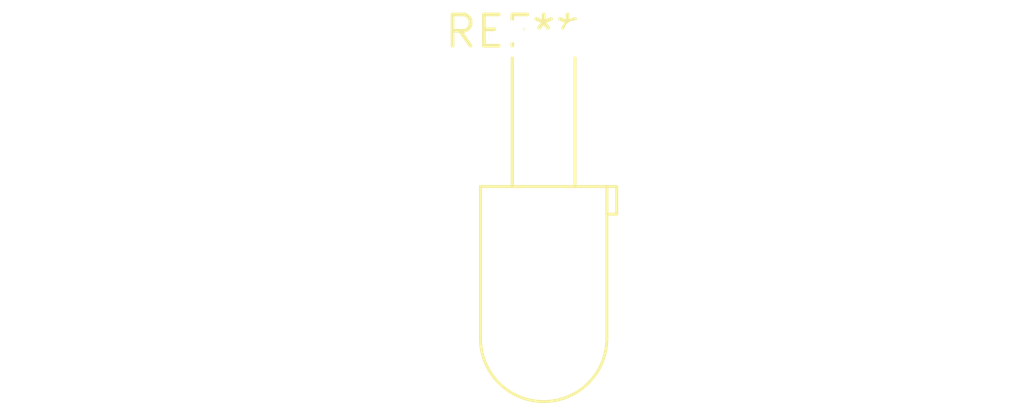
<source format=kicad_pcb>
(kicad_pcb (version 20240108) (generator pcbnew)
  (layers (0 "F.Cu" signal) (31 "B.Cu" signal) (34 "B.Paste" user) (35 "F.Paste" user) (36 "B.SilkS" user "B.Silkscreen") (37 "F.SilkS" user "F.Silkscreen") (38 "B.Mask" user) (39 "F.Mask" user) (44 "Edge.Cuts" user))
  (net 0 "")
  (footprint "LED_D5.0mm_Horizontal_O6.35mm_Z3.0mm" (layer "F.Cu") (at 0 0)
    (property "Reference" "REF**")
    (property "Value" "LED_D5.0mm_Horizontal_O6.35mm_Z3.0mm")
    (fp_line (start -1.29 6.29) (end -1.29 12.45) (layer "F.SilkS") (stroke (width 0.12)))
    (fp_line (start -1.29 6.29) (end 3.83 6.29) (layer "F.SilkS") (stroke (width 0.12)))
    (fp_line (start 0 1.08) (end 0 1.08) (layer "F.SilkS") (stroke (width 0.12)))
    (fp_line (start 0 1.08) (end 0 6.29) (layer "F.SilkS") (stroke (width 0.12)))
    (fp_line (start 0 6.29) (end 0 1.08) (layer "F.SilkS") (stroke (width 0.12)))
    (fp_line (start 0 6.29) (end 0 6.29) (layer "F.SilkS") (stroke (width 0.12)))
    (fp_line (start 2.54 1.08) (end 2.54 1.08) (layer "F.SilkS") (stroke (width 0.12)))
    (fp_line (start 2.54 1.08) (end 2.54 6.29) (layer "F.SilkS") (stroke (width 0.12)))
    (fp_line (start 2.54 6.29) (end 2.54 1.08) (layer "F.SilkS") (stroke (width 0.12)))
    (fp_line (start 2.54 6.29) (end 2.54 6.29) (layer "F.SilkS") (stroke (width 0.12)))
    (fp_line (start 3.83 6.29) (end 3.83 12.45) (layer "F.SilkS") (stroke (width 0.12)))
    (fp_line (start 3.83 6.29) (end 4.23 6.29) (layer "F.SilkS") (stroke (width 0.12)))
    (fp_line (start 3.83 7.41) (end 3.83 6.29) (layer "F.SilkS") (stroke (width 0.12)))
    (fp_line (start 4.23 6.29) (end 4.23 7.41) (layer "F.SilkS") (stroke (width 0.12)))
    (fp_line (start 4.23 7.41) (end 3.83 7.41) (layer "F.SilkS") (stroke (width 0.12)))
    (fp_arc (start 3.83 12.45) (mid 1.27 15.01) (end -1.29 12.45) (layer "F.SilkS") (stroke (width 0.12)))
    (pad "1" thru_hole rect (at 0 0) (size 1.8 1.8) (drill 0.9) (layers *.Cu *.Mask) (remove_unused_layers))
    (pad "2" thru_hole circle (at 2.54 0) (size 1.8 1.8) (drill 0.9) (layers *.Cu *.Mask) (remove_unused_layers))
  )
)
</source>
